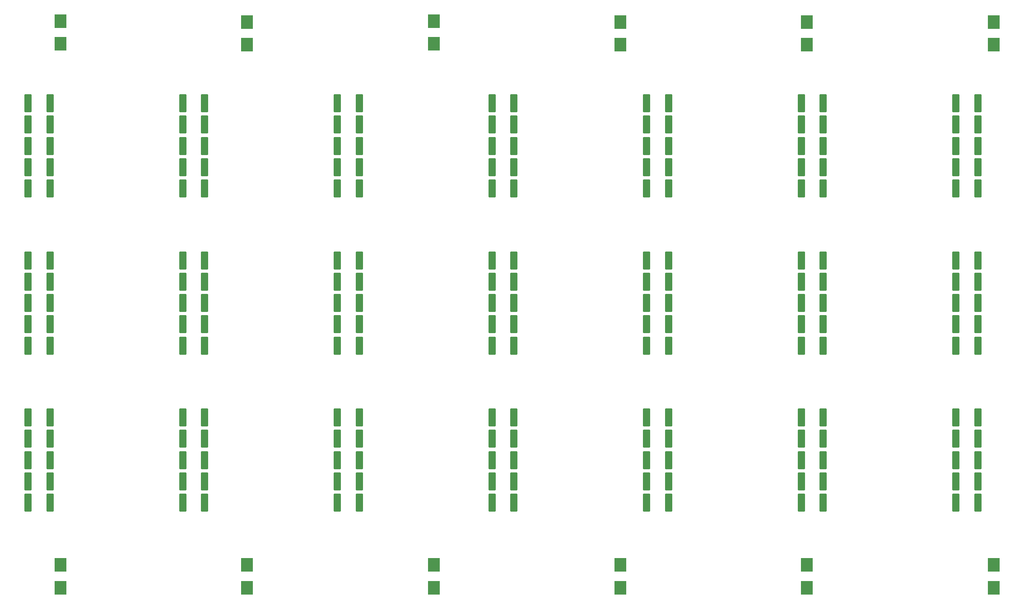
<source format=gbp>
G04 #@! TF.GenerationSoftware,KiCad,Pcbnew,7.0.9-7.0.9~ubuntu20.04.1*
G04 #@! TF.CreationDate,2023-12-17T16:45:51+01:00*
G04 #@! TF.ProjectId,low_pass,6c6f775f-7061-4737-932e-6b696361645f,1.0*
G04 #@! TF.SameCoordinates,Original*
G04 #@! TF.FileFunction,Paste,Bot*
G04 #@! TF.FilePolarity,Positive*
%FSLAX46Y46*%
G04 Gerber Fmt 4.6, Leading zero omitted, Abs format (unit mm)*
G04 Created by KiCad (PCBNEW 7.0.9-7.0.9~ubuntu20.04.1) date 2023-12-17 16:45:51*
%MOMM*%
%LPD*%
G01*
G04 APERTURE LIST*
G04 Aperture macros list*
%AMRoundRect*
0 Rectangle with rounded corners*
0 $1 Rounding radius*
0 $2 $3 $4 $5 $6 $7 $8 $9 X,Y pos of 4 corners*
0 Add a 4 corners polygon primitive as box body*
4,1,4,$2,$3,$4,$5,$6,$7,$8,$9,$2,$3,0*
0 Add four circle primitives for the rounded corners*
1,1,$1+$1,$2,$3*
1,1,$1+$1,$4,$5*
1,1,$1+$1,$6,$7*
1,1,$1+$1,$8,$9*
0 Add four rect primitives between the rounded corners*
20,1,$1+$1,$2,$3,$4,$5,0*
20,1,$1+$1,$4,$5,$6,$7,0*
20,1,$1+$1,$6,$7,$8,$9,0*
20,1,$1+$1,$8,$9,$2,$3,0*%
G04 Aperture macros list end*
%ADD10RoundRect,0.249999X0.450001X1.450001X-0.450001X1.450001X-0.450001X-1.450001X0.450001X-1.450001X0*%
%ADD11R,2.300000X2.500000*%
G04 APERTURE END LIST*
D10*
X245550000Y-97500000D03*
X245550000Y-119000000D03*
X245550000Y-115000000D03*
X245550000Y-81500000D03*
X245550000Y-93500000D03*
X245550000Y-56000000D03*
X245550000Y-60000000D03*
X245550000Y-111000000D03*
X245550000Y-89500000D03*
X245550000Y-52000000D03*
X245550000Y-123000000D03*
X245550000Y-64000000D03*
X245550000Y-127000000D03*
X245550000Y-85500000D03*
X245550000Y-68000000D03*
X241450000Y-52000000D03*
X241450000Y-64000000D03*
X241450000Y-68000000D03*
X241450000Y-60000000D03*
X241450000Y-56000000D03*
X241450000Y-123000000D03*
X241450000Y-115000000D03*
X241450000Y-111000000D03*
X241450000Y-119000000D03*
X241450000Y-127000000D03*
X241450000Y-81500000D03*
X241450000Y-85500000D03*
X241450000Y-93500000D03*
X241450000Y-89500000D03*
X241450000Y-97500000D03*
X187550000Y-97500000D03*
X187550000Y-119000000D03*
X187550000Y-68000000D03*
X187550000Y-89500000D03*
X187550000Y-123000000D03*
X187550000Y-93500000D03*
X187550000Y-64000000D03*
X187550000Y-111000000D03*
X187550000Y-60000000D03*
X187550000Y-56000000D03*
X187550000Y-81500000D03*
X187550000Y-127000000D03*
X187550000Y-85500000D03*
X187550000Y-52000000D03*
X187550000Y-115000000D03*
X183450000Y-52000000D03*
X183450000Y-68000000D03*
X183450000Y-64000000D03*
X183450000Y-60000000D03*
X183450000Y-56000000D03*
X183450000Y-127000000D03*
X183450000Y-111000000D03*
X183450000Y-115000000D03*
X183450000Y-123000000D03*
X183450000Y-119000000D03*
X183450000Y-93500000D03*
X183450000Y-97500000D03*
X183450000Y-81500000D03*
X183450000Y-89500000D03*
X183450000Y-85500000D03*
D11*
X178500000Y-138700000D03*
X178500000Y-143000000D03*
D10*
X216550000Y-60000000D03*
X216550000Y-52000000D03*
X216550000Y-89500000D03*
X216550000Y-111000000D03*
X216550000Y-85500000D03*
X216550000Y-119000000D03*
X216550000Y-93500000D03*
X216550000Y-56000000D03*
X216550000Y-81500000D03*
X216550000Y-97500000D03*
X216550000Y-123000000D03*
X216550000Y-115000000D03*
X216550000Y-127000000D03*
X216550000Y-64000000D03*
X216550000Y-68000000D03*
X212450000Y-52000000D03*
X212450000Y-68000000D03*
X212450000Y-64000000D03*
X212450000Y-60000000D03*
X212450000Y-56000000D03*
X212450000Y-111000000D03*
X212450000Y-127000000D03*
X212450000Y-119000000D03*
X212450000Y-123000000D03*
X212450000Y-115000000D03*
X212450000Y-97500000D03*
X212450000Y-81500000D03*
X212450000Y-85500000D03*
X212450000Y-89500000D03*
X212450000Y-93500000D03*
D11*
X178500000Y-41000000D03*
X178500000Y-36700000D03*
X248500000Y-138700000D03*
X248500000Y-143000000D03*
D10*
X129550000Y-89500000D03*
X129550000Y-81500000D03*
X129550000Y-64000000D03*
X129550000Y-111000000D03*
X129550000Y-85500000D03*
X129550000Y-123000000D03*
X129550000Y-56000000D03*
X129550000Y-68000000D03*
X129550000Y-52000000D03*
X129550000Y-115000000D03*
X129550000Y-93500000D03*
X129550000Y-119000000D03*
X129550000Y-127000000D03*
X129550000Y-97500000D03*
X129550000Y-60000000D03*
X125450000Y-60000000D03*
X125450000Y-68000000D03*
X125450000Y-64000000D03*
X125450000Y-52000000D03*
X125450000Y-56000000D03*
X125450000Y-123000000D03*
X125450000Y-111000000D03*
X125450000Y-119000000D03*
X125450000Y-115000000D03*
X125450000Y-127000000D03*
X125450000Y-89500000D03*
X125450000Y-85500000D03*
X125450000Y-97500000D03*
X125450000Y-93500000D03*
X125450000Y-81500000D03*
D11*
X213500000Y-138700000D03*
X213500000Y-143000000D03*
X73500000Y-40837500D03*
X73500000Y-36537500D03*
D10*
X100550000Y-115000000D03*
X100550000Y-119000000D03*
X100550000Y-127000000D03*
X100550000Y-85500000D03*
X100550000Y-81500000D03*
X100550000Y-56000000D03*
X100550000Y-68000000D03*
X100550000Y-64000000D03*
X100550000Y-93500000D03*
X100550000Y-97500000D03*
X100550000Y-52000000D03*
X100550000Y-89500000D03*
X100550000Y-60000000D03*
X100550000Y-111000000D03*
X100550000Y-123000000D03*
X96450000Y-68000000D03*
X96450000Y-56000000D03*
X96450000Y-52000000D03*
X96450000Y-64000000D03*
X96450000Y-60000000D03*
X96450000Y-123000000D03*
X96450000Y-127000000D03*
X96450000Y-115000000D03*
X96450000Y-119000000D03*
X96450000Y-111000000D03*
X96450000Y-89500000D03*
X96450000Y-81500000D03*
X96450000Y-93500000D03*
X96450000Y-97500000D03*
X96450000Y-85500000D03*
D11*
X108500000Y-41000000D03*
X108500000Y-36700000D03*
X213500000Y-41000000D03*
X213500000Y-36700000D03*
X143500000Y-40837500D03*
X143500000Y-36537500D03*
X108500000Y-138700000D03*
X108500000Y-143000000D03*
D10*
X158550000Y-68000000D03*
X158550000Y-85500000D03*
X158550000Y-89500000D03*
X158550000Y-97500000D03*
X158550000Y-93500000D03*
X158550000Y-81500000D03*
X158550000Y-119000000D03*
X158550000Y-60000000D03*
X158550000Y-123000000D03*
X158550000Y-127000000D03*
X158550000Y-56000000D03*
X158550000Y-111000000D03*
X158550000Y-52000000D03*
X158550000Y-64000000D03*
X158550000Y-115000000D03*
X154450000Y-64000000D03*
X154450000Y-52000000D03*
X154450000Y-56000000D03*
X154450000Y-60000000D03*
X154450000Y-68000000D03*
X154450000Y-127000000D03*
X154450000Y-111000000D03*
X154450000Y-123000000D03*
X154450000Y-119000000D03*
X154450000Y-115000000D03*
X154450000Y-97500000D03*
X154450000Y-85500000D03*
X154450000Y-81500000D03*
X154450000Y-93500000D03*
X154450000Y-89500000D03*
D11*
X248500000Y-41000000D03*
X248500000Y-36700000D03*
X143500000Y-138700000D03*
X143500000Y-143000000D03*
X73500000Y-138700000D03*
X73500000Y-143000000D03*
D10*
X71550000Y-111000000D03*
X71550000Y-97500000D03*
X71550000Y-123000000D03*
X71550000Y-81500000D03*
X71550000Y-89500000D03*
X71550000Y-119000000D03*
X71550000Y-127000000D03*
X71550000Y-85500000D03*
X71550000Y-52000000D03*
X71550000Y-64000000D03*
X71550000Y-68000000D03*
X71550000Y-93500000D03*
X71550000Y-60000000D03*
X71550000Y-56000000D03*
X71550000Y-115000000D03*
X67450000Y-68000000D03*
X67450000Y-52000000D03*
X67450000Y-56000000D03*
X67450000Y-60000000D03*
X67450000Y-64000000D03*
X67450000Y-127000000D03*
X67450000Y-123000000D03*
X67450000Y-111000000D03*
X67450000Y-115000000D03*
X67450000Y-119000000D03*
X67450000Y-89500000D03*
X67450000Y-93500000D03*
X67450000Y-85500000D03*
X67450000Y-81500000D03*
X67450000Y-97500000D03*
M02*

</source>
